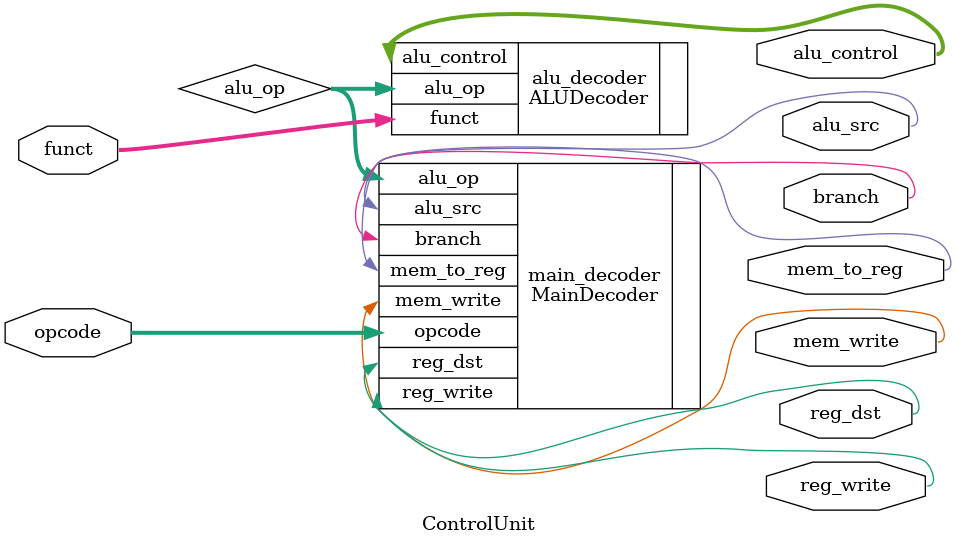
<source format=sv>
/*
 * Autor: Alejandro Bracamonte
 * Fecha: 01 de junio de 2024
 */

// Módulo ControlUnit (Unidad de Control)
// Genera las señales de control necesarias para ejecutar las instrucciones en el procesador.
module ControlUnit (
    input  logic [5:0] opcode,       // Campo opcode de la instrucción
    input  logic [5:0] funct,        // Campo funct de la instrucción R-type
    output logic       mem_to_reg,   // Señal para seleccionar el origen de los datos a escribir en el registro
    output logic       mem_write,    // Señal para habilitar la escritura en memoria
    output logic       branch,       // Señal para determinar si se trata de una instrucción de bifurcación
    output logic       alu_src,      // Señal para seleccionar el segundo operando de la ALU
    output logic       reg_dst,      // Señal para seleccionar el registro de destino
    output logic       reg_write,    // Señal para habilitar la escritura en el registro
    output logic [3:0] alu_control   // Señal de control de la ALU
);

    logic [1:0] alu_op; // Señal intermedia para determinar la operación de la ALU

    // Instancia del MainDecoder
    MainDecoder main_decoder (
        .opcode     (opcode),
        .mem_to_reg (mem_to_reg),
        .mem_write  (mem_write),
        .branch     (branch),
        .alu_src    (alu_src),
        .reg_dst    (reg_dst),
        .reg_write  (reg_write),
        .alu_op     (alu_op)
    );

    // Instancia del ALUDecoder
    ALUDecoder alu_decoder (
        .funct       (funct),
        .alu_op      (alu_op),
        .alu_control (alu_control)
    );

endmodule

</source>
